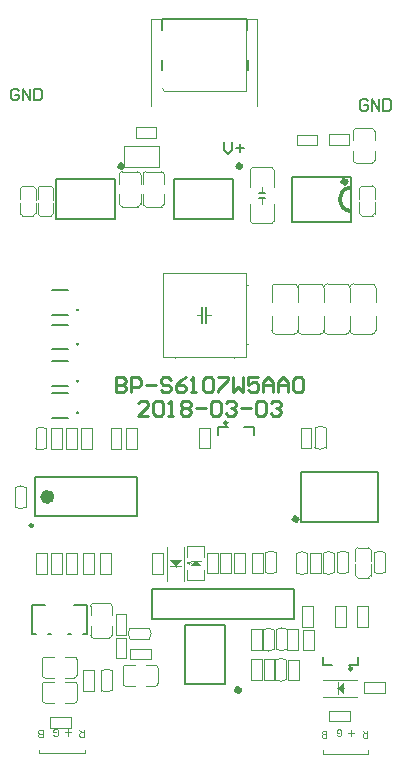
<source format=gto>
%FSLAX25Y25*%
%MOIN*%
G70*
G01*
G75*
%ADD10C,0.01181*%
%ADD11C,0.00787*%
%ADD12C,0.01969*%
%ADD13C,0.03937*%
%ADD14R,0.03937X0.02756*%
%ADD15R,0.03150X0.05118*%
%ADD16R,0.02362X0.01969*%
%ADD17R,0.01969X0.02362*%
%ADD18R,0.04921X0.02756*%
%ADD19R,0.06693X0.03543*%
%ADD20R,0.06299X0.04921*%
%ADD21R,0.01181X0.03347*%
%ADD22R,0.02362X0.03347*%
%ADD23R,0.01969X0.01575*%
%ADD24R,0.02362X0.05512*%
%ADD25R,0.03150X0.07874*%
%ADD26R,0.02362X0.07874*%
%ADD27O,0.07480X0.12992*%
%ADD28R,0.01575X0.04724*%
%ADD29R,0.03543X0.03937*%
%ADD30O,0.05906X0.07874*%
%ADD31R,0.05906X0.07874*%
%ADD32R,0.04331X0.03937*%
%ADD33R,0.01575X0.06693*%
%ADD34R,0.02756X0.04921*%
%ADD35R,0.03543X0.02362*%
%ADD36O,0.02362X0.07874*%
%ADD37O,0.02362X0.05512*%
%ADD38R,0.05118X0.03150*%
%ADD39R,0.03937X0.02756*%
%ADD40R,0.02362X0.03937*%
%ADD41R,0.01969X0.03937*%
%ADD42O,0.05512X0.02362*%
%ADD43O,0.07874X0.09843*%
%ADD44O,0.09843X0.07874*%
%ADD45C,0.03150*%
%ADD46C,0.07874*%
%ADD47C,0.10000*%
%ADD48C,0.05906*%
%ADD49R,0.15300X0.31300*%
%ADD50R,0.33921X0.10400*%
%ADD51R,0.02874X0.02068*%
%ADD52R,0.11321X0.16200*%
%ADD53R,0.02719X0.08050*%
%ADD54R,0.06858X0.03154*%
%ADD55R,0.16400X0.14144*%
%ADD56R,0.09300X0.06156*%
%ADD57C,0.02559*%
G04:AMPARAMS|DCode=58|XSize=39.37mil|YSize=82.68mil|CornerRadius=17.72mil|HoleSize=0mil|Usage=FLASHONLY|Rotation=180.000|XOffset=0mil|YOffset=0mil|HoleType=Round|Shape=RoundedRectangle|*
%AMROUNDEDRECTD58*
21,1,0.03937,0.04724,0,0,180.0*
21,1,0.00394,0.08268,0,0,180.0*
1,1,0.03543,-0.00197,0.02362*
1,1,0.03543,0.00197,0.02362*
1,1,0.03543,0.00197,-0.02362*
1,1,0.03543,-0.00197,-0.02362*
%
%ADD58ROUNDEDRECTD58*%
G04:AMPARAMS|DCode=59|XSize=39.37mil|YSize=62.99mil|CornerRadius=17.72mil|HoleSize=0mil|Usage=FLASHONLY|Rotation=180.000|XOffset=0mil|YOffset=0mil|HoleType=Round|Shape=RoundedRectangle|*
%AMROUNDEDRECTD59*
21,1,0.03937,0.02756,0,0,180.0*
21,1,0.00394,0.06299,0,0,180.0*
1,1,0.03543,-0.00197,0.01378*
1,1,0.03543,0.00197,0.01378*
1,1,0.03543,0.00197,-0.01378*
1,1,0.03543,-0.00197,-0.01378*
%
%ADD59ROUNDEDRECTD59*%
%ADD60C,0.11811*%
%ADD61C,0.02362*%
%ADD62C,0.11811*%
%ADD63R,0.65400X0.19300*%
%ADD64R,0.65700X0.19200*%
%ADD65R,0.23000X0.09900*%
%ADD66R,0.11700X0.10615*%
%ADD67C,0.00197*%
%ADD68C,0.00394*%
%ADD69C,0.01000*%
%ADD70C,0.00984*%
%ADD71C,0.02362*%
%ADD72C,0.00500*%
%ADD73C,0.00800*%
%ADD74C,0.00591*%
%ADD75C,0.00400*%
G36*
X-9418Y-48031D02*
X-11417Y-46031D01*
X-7418D01*
X-9418Y-48031D01*
D02*
G37*
G36*
X46681Y-90632D02*
X44681Y-88631D01*
X46681Y-86632D01*
Y-90632D01*
D02*
G37*
G36*
X-5709Y-47228D02*
Y-46559D01*
X-5040D01*
X-5709Y-47228D01*
D02*
G37*
G36*
X-994Y-47996D02*
X-4341D01*
X-2668Y-46028D01*
X-994Y-47996D01*
D02*
G37*
D10*
X48821Y78280D02*
G03*
X48821Y70445I392J-3918D01*
G01*
D11*
X18373Y76436D02*
X20470Y76437D01*
X18358Y74776D02*
X20455Y74775D01*
X-56109Y-31321D02*
X-22153D01*
X-56109Y-18230D02*
X-22153D01*
X-56109Y-31321D02*
Y-18230D01*
X-22133Y-31321D02*
Y-18230D01*
X4795Y-4211D02*
Y-1455D01*
X7944D01*
X16605Y-4211D02*
Y-1455D01*
X13456D02*
X16605D01*
X51406Y-80845D02*
Y-78089D01*
X48256Y-80845D02*
X51406D01*
X39595D02*
Y-78089D01*
Y-80845D02*
X42744D01*
X-13775Y117402D02*
Y120788D01*
X14572Y117402D02*
Y120788D01*
X-13972Y130946D02*
Y134332D01*
X14375Y130946D02*
Y134332D01*
X-13775D02*
X14375D01*
X29528Y66882D02*
X49213D01*
X29528D02*
X29528Y81842D01*
X49213Y81842D01*
X49213Y66882D01*
X9843Y81055D02*
X9843Y67669D01*
X-9843Y81055D02*
X9843Y81055D01*
X-9843Y67669D02*
X-9843Y81055D01*
Y67669D02*
X9843D01*
X-29528Y81055D02*
X-29528Y67669D01*
X-49213Y81055D02*
X-29528Y81055D01*
X-49213Y67669D02*
X-49213Y81055D01*
Y67669D02*
X-29528D01*
X-6327Y-87250D02*
Y-67565D01*
Y-67565D02*
X7058Y-67565D01*
X7058Y-87250D02*
X7058Y-67565D01*
X-6327Y-87250D02*
X7058Y-87250D01*
X820Y33206D02*
Y38292D01*
X-757Y33242D02*
Y38328D01*
X6763Y93285D02*
Y90662D01*
X8075Y89350D01*
X9387Y90662D01*
Y93285D01*
X10699Y91317D02*
X13323D01*
X12011Y92629D02*
Y90006D01*
X-61718Y110580D02*
X-62374Y111236D01*
X-63686D01*
X-64342Y110580D01*
Y107956D01*
X-63686Y107300D01*
X-62374D01*
X-61718Y107956D01*
Y109268D01*
X-63030D01*
X-60406Y107300D02*
Y111236D01*
X-57782Y107300D01*
Y111236D01*
X-56470D02*
Y107300D01*
X-54502D01*
X-53846Y107956D01*
Y110580D01*
X-54502Y111236D01*
X-56470D01*
X54629Y107080D02*
X53974Y107736D01*
X52662D01*
X52006Y107080D01*
Y104456D01*
X52662Y103800D01*
X53974D01*
X54629Y104456D01*
Y105768D01*
X53318D01*
X55941Y103800D02*
Y107736D01*
X58565Y103800D01*
Y107736D01*
X59877D02*
Y103800D01*
X61845D01*
X62501Y104456D01*
Y107080D01*
X61845Y107736D01*
X59877D01*
D12*
X30986Y-32283D02*
G03*
X30986Y-32283I-423J0D01*
G01*
X47302Y80217D02*
G03*
X47302Y80217I-423J0D01*
G01*
X12263Y85386D02*
G03*
X12263Y85386I-423J0D01*
G01*
X-27107D02*
G03*
X-27107Y85386I-423J0D01*
G01*
X11812Y-89248D02*
G03*
X11812Y-89248I-423J0D01*
G01*
D67*
X-34100Y-89400D02*
G03*
X-30625Y-89339I1691J2657D01*
G01*
X-30500Y-82800D02*
G03*
X-34045Y-82784I-1784J-2596D01*
G01*
X-24700Y-68600D02*
G03*
X-24639Y-72075I2657J-1691D01*
G01*
X-18100Y-72200D02*
G03*
X-18084Y-68655I-2596J1784D01*
G01*
X20500Y-50000D02*
G03*
X24045Y-50016I1784J2596D01*
G01*
X24100Y-43400D02*
G03*
X20625Y-43461I-1691J-2657D01*
G01*
X44500Y-50000D02*
G03*
X48045Y-50016I1784J2596D01*
G01*
X48100Y-43400D02*
G03*
X44625Y-43461I-1691J-2657D01*
G01*
X60300Y-43400D02*
G03*
X56825Y-43461I-1691J-2657D01*
G01*
X56700Y-50000D02*
G03*
X60245Y-50016I1784J2596D01*
G01*
X39847Y-50229D02*
G03*
X43322Y-50168I1691J2657D01*
G01*
X43447Y-43629D02*
G03*
X39902Y-43614I-1784J-2596D01*
G01*
X30800Y-50200D02*
G03*
X34345Y-50216I1784J2596D01*
G01*
X34400Y-43600D02*
G03*
X30925Y-43661I-1691J-2657D01*
G01*
X-59300Y-21700D02*
G03*
X-62845Y-21684I-1784J-2596D01*
G01*
X-62900Y-28300D02*
G03*
X-59425Y-28239I1691J2657D01*
G01*
X-52439Y-2137D02*
G03*
X-55984Y-2121I-1784J-2596D01*
G01*
X-56039Y-8737D02*
G03*
X-52564Y-8676I1691J2657D01*
G01*
X37000Y-8400D02*
G03*
X40545Y-8416I1784J2596D01*
G01*
X40600Y-1800D02*
G03*
X37125Y-1861I-1691J-2657D01*
G01*
X23861Y-85827D02*
G03*
X27336Y-85766I1691J2657D01*
G01*
X27461Y-79227D02*
G03*
X23916Y-79212I-1784J-2596D01*
G01*
X23425Y-69188D02*
G03*
X19881Y-69172I-1784J-2596D01*
G01*
X19825Y-75788D02*
G03*
X23301Y-75727I1691J2657D01*
G01*
X27658Y-68988D02*
G03*
X24182Y-69049I-1691J-2657D01*
G01*
X24058Y-75588D02*
G03*
X27602Y-75603I1784J2596D01*
G01*
X-30500Y-89200D02*
Y-82800D01*
X-34100Y-89400D02*
X-34100Y-82800D01*
X-17700Y-78900D02*
Y-75400D01*
X-24500D02*
X-17700D01*
X-24500Y-79000D02*
Y-75400D01*
Y-79000D02*
X-17700D01*
X-24500Y-72200D02*
X-18100D01*
X-24700Y-68600D02*
X-18100Y-68600D01*
X16200Y-50300D02*
Y-43500D01*
X19800D01*
Y-50300D02*
Y-43500D01*
X16300Y-50300D02*
X19800D01*
X24100Y-50000D02*
X24100Y-43400D01*
X20500Y-50000D02*
Y-43600D01*
X-1500Y-8700D02*
X2000D01*
Y-1900D01*
X-1600D02*
X2000D01*
X-1600Y-8700D02*
Y-1900D01*
X-29400Y-71915D02*
X-25900D01*
X-29400Y-78715D02*
Y-71915D01*
Y-78715D02*
X-25800D01*
Y-71915D01*
X48100Y-50000D02*
X48100Y-43400D01*
X44500Y-50000D02*
Y-43600D01*
X31000Y95900D02*
X37800D01*
Y92300D02*
Y95900D01*
X31000Y92300D02*
X37800D01*
X31000D02*
Y95800D01*
X48500Y92600D02*
Y96100D01*
X41700D02*
X48500D01*
X41700Y92500D02*
Y96100D01*
Y92500D02*
X48500D01*
X-40200Y-89400D02*
X-36700D01*
Y-82600D01*
X-40300D02*
X-36700D01*
X-40300Y-89400D02*
Y-82600D01*
X-25800Y-70800D02*
Y-64000D01*
X-29400Y-70800D02*
X-25800D01*
X-29400D02*
Y-64000D01*
X-25900D01*
X33178Y-75900D02*
X36678D01*
Y-69100D01*
X33078D02*
X36678D01*
X33078Y-75900D02*
Y-69100D01*
X56700Y-50000D02*
Y-43600D01*
X60300Y-50000D02*
X60300Y-43400D01*
X43447Y-50029D02*
Y-43629D01*
X39847Y-50229D02*
X39847Y-43629D01*
X38925Y-50300D02*
Y-43500D01*
X35325Y-50300D02*
X38925D01*
X35325D02*
Y-43500D01*
X38825D01*
X34400Y-50200D02*
X34400Y-43600D01*
X30800Y-50200D02*
Y-43800D01*
X10131Y-50294D02*
X13631D01*
Y-43494D01*
X10030D02*
X13631D01*
X10030Y-50294D02*
Y-43494D01*
X8906Y-50294D02*
Y-43494D01*
X5306Y-50294D02*
X8906D01*
X5306D02*
Y-43494D01*
X8806D01*
X975Y-50294D02*
Y-43494D01*
X4575D01*
Y-50294D02*
Y-43494D01*
X1075Y-50294D02*
X4575D01*
X-17135Y-43615D02*
X-13635D01*
X-17135Y-50415D02*
Y-43615D01*
Y-50415D02*
X-13535D01*
Y-43615D01*
X-34600Y-50400D02*
Y-43600D01*
X-31000D01*
Y-50400D02*
Y-43600D01*
X-34500Y-50400D02*
X-31000D01*
X-40200D02*
Y-43600D01*
X-36600D01*
Y-50400D02*
Y-43600D01*
X-40100Y-50400D02*
X-36600D01*
X-45703Y-50398D02*
X-42203D01*
Y-43598D01*
X-45803D02*
X-42203D01*
X-45803Y-50398D02*
Y-43598D01*
X-50723Y-50398D02*
X-47223D01*
Y-43598D01*
X-50823D02*
X-47223D01*
X-50823Y-50398D02*
Y-43598D01*
X-55842Y-50398D02*
Y-43598D01*
X-52242D01*
Y-50398D02*
Y-43598D01*
X-55742Y-50398D02*
X-52242D01*
X-62900Y-28300D02*
X-62900Y-21700D01*
X-59300Y-28100D02*
Y-21700D01*
X-56040Y-8737D02*
X-56039Y-2137D01*
X-52439Y-8537D02*
Y-2137D01*
X-50723Y-8737D02*
X-47223D01*
Y-1937D01*
X-50823D02*
X-47223D01*
X-50823Y-8737D02*
Y-1937D01*
X-46000D02*
X-42500D01*
X-46000Y-8737D02*
Y-1937D01*
Y-8737D02*
X-42400D01*
Y-1937D01*
X-37380Y-8737D02*
Y-1937D01*
X-40980Y-8737D02*
X-37380D01*
X-40980D02*
Y-1937D01*
X-37480D01*
X-31039D02*
X-27539D01*
X-31039Y-8737D02*
Y-1937D01*
Y-8737D02*
X-27439D01*
Y-1937D01*
X-22420Y-8737D02*
Y-1937D01*
X-26019Y-8737D02*
X-22420D01*
X-26019D02*
Y-1937D01*
X-22520D01*
X32300Y-1800D02*
X35800D01*
X32300Y-8600D02*
Y-1800D01*
Y-8600D02*
X35900D01*
Y-1800D01*
X40600Y-8400D02*
X40600Y-1800D01*
X37000Y-8400D02*
Y-2000D01*
X-22700Y94700D02*
X-15900D01*
X-22700D02*
Y98300D01*
X-15900D01*
Y94800D02*
Y98300D01*
X53500Y-90300D02*
X60300D01*
X53500D02*
Y-86700D01*
X60300D01*
Y-90200D02*
Y-86700D01*
X-44300Y-101876D02*
Y-98376D01*
X-51100D02*
X-44300D01*
X-51100Y-101976D02*
Y-98376D01*
Y-101976D02*
X-44300D01*
X48632Y-99600D02*
Y-96100D01*
X41831D02*
X48632D01*
X41831Y-99700D02*
Y-96100D01*
Y-99700D02*
X48632D01*
X15888Y-79027D02*
X19388D01*
X15888Y-85827D02*
Y-79027D01*
Y-85827D02*
X19488D01*
Y-79027D01*
X19924Y-79027D02*
X23424D01*
X19924Y-85827D02*
Y-79027D01*
Y-85827D02*
X23524D01*
Y-79027D01*
X27461Y-85627D02*
Y-79227D01*
X23860Y-85827D02*
X23861Y-79227D01*
X28100Y-79100D02*
X31600D01*
X28100Y-85900D02*
Y-79100D01*
Y-85900D02*
X31700D01*
Y-79100D01*
X19488Y-75788D02*
Y-68988D01*
X15888Y-75788D02*
X19488D01*
X15888D02*
Y-68988D01*
X19388D01*
X19825Y-75788D02*
X19825Y-69188D01*
X23425Y-75588D02*
Y-69188D01*
X24058Y-75588D02*
Y-69188D01*
X27658Y-75588D02*
X27658Y-68988D01*
X31496Y-75788D02*
Y-68988D01*
X27896Y-75788D02*
X31496D01*
X27896D02*
Y-68988D01*
X31396D01*
X32900Y-68100D02*
Y-61300D01*
Y-68100D02*
X36500D01*
Y-61300D01*
X33000D02*
X36500D01*
X43700Y-68100D02*
Y-61300D01*
Y-68100D02*
X47300D01*
Y-61300D01*
X43800D02*
X47300D01*
X54800Y-68100D02*
Y-61300D01*
X51200D02*
X54800D01*
X51200Y-68100D02*
Y-61300D01*
Y-68100D02*
X54700D01*
X54552Y-102792D02*
Y-105153D01*
X53371D01*
X52978Y-104759D01*
Y-103972D01*
X53371Y-103579D01*
X54552D01*
X53765D02*
X52978Y-102792D01*
X44290Y-104322D02*
X44684Y-104715D01*
X45471D01*
X45865Y-104322D01*
Y-102747D01*
X45471Y-102354D01*
X44684D01*
X44290Y-102747D01*
Y-103534D01*
X45078D01*
X40818Y-105153D02*
Y-102792D01*
X39638D01*
X39244Y-103185D01*
Y-103579D01*
X39638Y-103972D01*
X40818D01*
X39638D01*
X39244Y-104366D01*
Y-104759D01*
X39638Y-105153D01*
X40818D01*
X-39892Y-102592D02*
Y-104953D01*
X-41073D01*
X-41467Y-104559D01*
Y-103772D01*
X-41073Y-103379D01*
X-39892D01*
X-40679D02*
X-41467Y-102592D01*
X-50154Y-104122D02*
X-49760Y-104515D01*
X-48973D01*
X-48579Y-104122D01*
Y-102547D01*
X-48973Y-102154D01*
X-49760D01*
X-50154Y-102547D01*
Y-103334D01*
X-49367D01*
X-53626Y-104953D02*
Y-102592D01*
X-54806D01*
X-55200Y-102985D01*
Y-103379D01*
X-54806Y-103772D01*
X-53626D01*
X-54806D01*
X-55200Y-104166D01*
Y-104559D01*
X-54806Y-104953D01*
X-53626D01*
D68*
X-37743Y-70923D02*
G03*
X-36759Y-71907I984J0D01*
G01*
X-31641D02*
G03*
X-30657Y-70923I0J984D01*
G01*
X-36759Y-60293D02*
G03*
X-37743Y-61277I0J-984D01*
G01*
X-30657D02*
G03*
X-31641Y-60293I-984J0D01*
G01*
X49981Y46159D02*
G03*
X48700Y44878I0J-1281D01*
G01*
X57362Y44888D02*
G03*
X56081Y46169I-1281J0D01*
G01*
X48700Y30695D02*
G03*
X49981Y29414I1281J0D01*
G01*
X56080Y29424D02*
G03*
X57361Y30705I0J1281D01*
G01*
X41321Y46157D02*
G03*
X40040Y44876I0J-1281D01*
G01*
X48702Y44885D02*
G03*
X47421Y46166I-1281J0D01*
G01*
X40040Y30693D02*
G03*
X41321Y29412I1281J0D01*
G01*
X47420Y29421D02*
G03*
X48701Y30702I0J1281D01*
G01*
X32662Y46135D02*
G03*
X31381Y44854I0J-1281D01*
G01*
X40043Y44863D02*
G03*
X38762Y46144I-1281J0D01*
G01*
X31381Y30671D02*
G03*
X32662Y29390I1281J0D01*
G01*
X38762Y29399D02*
G03*
X40043Y30681I0J1281D01*
G01*
X23998Y46135D02*
G03*
X22717Y44854I0J-1281D01*
G01*
X31379Y44863D02*
G03*
X30098Y46144I-1281J0D01*
G01*
X22717Y30671D02*
G03*
X23998Y29390I1281J0D01*
G01*
X30097Y29399D02*
G03*
X31378Y30681I0J1281D01*
G01*
X22700Y66291D02*
G03*
X23487Y67078I-0J787D01*
G01*
X15413D02*
G03*
X16200Y66291I787J0D01*
G01*
X16168Y84970D02*
G03*
X15381Y84183I0J-787D01*
G01*
X23455D02*
G03*
X22668Y84970I-787J0D01*
G01*
X-21063Y82579D02*
G03*
X-22047Y83563I-984J0D01*
G01*
X-27165D02*
G03*
X-28150Y82579I0J-984D01*
G01*
X-22047Y71949D02*
G03*
X-21063Y72933I0J984D01*
G01*
X-28150D02*
G03*
X-27165Y71949I984J0D01*
G01*
X49857Y87377D02*
G03*
X50841Y86393I984J0D01*
G01*
X55959D02*
G03*
X56943Y87377I0J984D01*
G01*
X50841Y98007D02*
G03*
X49857Y97023I0J-984D01*
G01*
X56943D02*
G03*
X55959Y98007I-984J0D01*
G01*
X-43177Y-93643D02*
G03*
X-42193Y-92659I0J984D01*
G01*
Y-87541D02*
G03*
X-43177Y-86557I-984J0D01*
G01*
X-53807Y-92659D02*
G03*
X-52823Y-93643I984J0D01*
G01*
Y-86557D02*
G03*
X-53807Y-87541I0J-984D01*
G01*
X-52899Y-78157D02*
G03*
X-53883Y-79141I0J-984D01*
G01*
Y-84259D02*
G03*
X-52899Y-85243I984J0D01*
G01*
X-42269Y-79141D02*
G03*
X-43253Y-78157I-984J0D01*
G01*
Y-85243D02*
G03*
X-42269Y-84259I0J984D01*
G01*
X51300Y-41800D02*
G03*
X50513Y-42587I0J-787D01*
G01*
X55687D02*
G03*
X54900Y-41800I-787J0D01*
G01*
Y-51800D02*
G03*
X55687Y-51013I-0J787D01*
G01*
X50513D02*
G03*
X51300Y-51800I787J0D01*
G01*
X52700Y78900D02*
G03*
X51913Y78113I0J-787D01*
G01*
X57087D02*
G03*
X56300Y78900I-787J0D01*
G01*
Y68900D02*
G03*
X57087Y69687I-0J787D01*
G01*
X51913D02*
G03*
X52700Y68900I787J0D01*
G01*
X-13189Y82579D02*
G03*
X-14173Y83563I-984J0D01*
G01*
X-19291D02*
G03*
X-20276Y82579I0J-984D01*
G01*
X-14173Y71949D02*
G03*
X-13189Y72933I0J984D01*
G01*
X-20276D02*
G03*
X-19291Y71949I984J0D01*
G01*
X-50113Y78013D02*
G03*
X-50900Y78800I-787J0D01*
G01*
X-54500D02*
G03*
X-55287Y78013I0J-787D01*
G01*
Y69587D02*
G03*
X-54500Y68800I787J0D01*
G01*
X-50900D02*
G03*
X-50113Y69587I-0J787D01*
G01*
X-56800Y68800D02*
G03*
X-56013Y69587I-0J787D01*
G01*
X-61187D02*
G03*
X-60400Y68800I787J0D01*
G01*
Y78800D02*
G03*
X-61187Y78013I0J-787D01*
G01*
X-56013D02*
G03*
X-56800Y78800I-787J0D01*
G01*
X-16277Y-87993D02*
G03*
X-15293Y-87009I0J984D01*
G01*
Y-81891D02*
G03*
X-16277Y-80907I-984J0D01*
G01*
X-26907Y-87009D02*
G03*
X-25923Y-87993I984J0D01*
G01*
Y-80907D02*
G03*
X-26907Y-81891I0J-984D01*
G01*
X-14213Y134361D02*
X14134D01*
Y110734D02*
Y134361D01*
X14000Y110600D02*
X14134Y110734D01*
X-13300Y110600D02*
X14000D01*
X-14016Y111316D02*
X-13300Y110600D01*
X118Y-41344D02*
X118Y-44846D01*
X-5591Y-44847D02*
X-5591Y-41344D01*
X118Y-41344D01*
X-4697Y-46691D02*
X-4088Y-47147D01*
X-4300Y-46200D02*
X-1015Y-46200D01*
X-5374Y-46894D02*
X-4766Y-47350D01*
X-4766Y-46559D01*
X-5591Y-52679D02*
X118Y-52679D01*
X118Y-49177D01*
X-5591Y-49177D02*
X-5591Y-52679D01*
X-11418Y-47831D02*
X-7518Y-47831D01*
X-9418Y-45831D02*
X-9418Y-48231D01*
X-6563Y-52880D02*
X-6563Y-41545D01*
X-12272Y-52880D02*
Y-41545D01*
X-6563Y-48590D02*
X-6563Y-52113D01*
X-12272Y-48590D02*
X-12272Y-52113D01*
X-6563Y-45834D02*
Y-42312D01*
X-12272D02*
X-12272Y-45834D01*
X-37743Y-70923D02*
Y-67872D01*
X-36759Y-71907D02*
X-31543D01*
X-30657Y-70923D02*
Y-67872D01*
X-37743Y-64328D02*
Y-61277D01*
X-36858Y-60293D02*
X-31641D01*
X-30657Y-64328D02*
Y-61277D01*
X49981Y46159D02*
X56182D01*
X57362Y44888D02*
X57363Y40154D01*
X48698D02*
X48700Y44878D01*
X57362Y30705D02*
X57363Y35429D01*
X48698D02*
X48700Y30695D01*
X49879Y29424D02*
X56080D01*
X41321Y46157D02*
X47522D01*
X48702Y44885D02*
X48703Y40151D01*
X40038D02*
X40040Y44876D01*
X48702Y30702D02*
X48703Y35427D01*
X40038D02*
X40040Y30693D01*
X41219Y29421D02*
X47420D01*
X32662Y46135D02*
X38863D01*
X40043Y44863D02*
X40044Y40129D01*
X31380D02*
X31381Y44854D01*
X40043Y30681D02*
X40044Y35405D01*
X31380D02*
X31381Y30671D01*
X32561Y29399D02*
X38762D01*
X23998Y46135D02*
X30199D01*
X31379Y44863D02*
X31380Y40129D01*
X22716D02*
X22717Y44854D01*
X31379Y30681D02*
X31380Y35405D01*
X22716D02*
X22717Y30671D01*
X23897Y29399D02*
X30097D01*
X19427Y76497D02*
Y78348D01*
X19412Y72865D02*
Y74715D01*
X23500Y66991D02*
Y72700D01*
X16200Y66291D02*
X22800D01*
X15400Y67091D02*
Y72809D01*
X15368Y78452D02*
Y84170D01*
X16168Y84970D02*
X22768D01*
X23468Y78561D02*
Y84270D01*
X-21063Y79528D02*
Y82579D01*
X-27264Y83563D02*
X-22047D01*
X-28150Y79528D02*
Y82579D01*
X-21063Y72933D02*
Y75984D01*
X-27165Y71949D02*
X-21949D01*
X-28150Y72933D02*
Y75984D01*
X-17618Y134472D02*
X17579D01*
X-17618Y105535D02*
Y134472D01*
X17579Y105535D02*
Y134472D01*
X49857Y87377D02*
Y90428D01*
X50841Y86393D02*
X56058D01*
X56943Y87377D02*
Y90428D01*
X49857Y93972D02*
Y97023D01*
X50743Y98007D02*
X55959D01*
X56943Y93972D02*
Y97023D01*
X-46228Y-93643D02*
X-43177D01*
X-42193Y-92659D02*
Y-87442D01*
X-46228Y-86557D02*
X-43177D01*
X-52823Y-93643D02*
X-49772D01*
X-53807Y-92757D02*
Y-87541D01*
X-52823Y-86557D02*
X-49772D01*
X-52899Y-78157D02*
X-49847D01*
X-53883Y-84358D02*
Y-79141D01*
X-52899Y-85243D02*
X-49847D01*
X-46304Y-78157D02*
X-43253D01*
X-42269Y-84259D02*
Y-79043D01*
X-46304Y-85243D02*
X-43253D01*
X51400Y-41800D02*
X55000D01*
X50500Y-46200D02*
Y-42700D01*
X55700Y-46200D02*
Y-42500D01*
Y-51100D02*
Y-47300D01*
X50500Y-50900D02*
Y-47200D01*
X51400Y-51800D02*
X55000D01*
X52800Y78900D02*
X56400D01*
X51900Y74500D02*
Y78000D01*
X57100Y74500D02*
Y78200D01*
Y69600D02*
Y73400D01*
X51900Y69800D02*
Y73500D01*
X52800Y68900D02*
X56400D01*
X-13189Y79528D02*
Y82579D01*
X-19390Y83563D02*
X-14173D01*
X-20276Y79528D02*
Y82579D01*
X-13189Y72933D02*
Y75984D01*
X-19291Y71949D02*
X-14075D01*
X-20276Y72933D02*
Y75984D01*
X-54600Y78800D02*
X-51000D01*
X-50100Y74200D02*
Y77900D01*
X-55300Y74300D02*
Y78100D01*
Y69500D02*
Y73200D01*
X-50100Y69700D02*
Y73200D01*
X-54600Y68800D02*
X-51000D01*
X-60500D02*
X-56900D01*
X-56000Y69700D02*
Y73200D01*
X-61200Y69500D02*
Y73200D01*
Y74300D02*
Y78100D01*
X-56000Y74200D02*
Y77900D01*
X-60500Y78800D02*
X-56900D01*
X-26476Y85039D02*
Y92126D01*
X-26476Y85039D02*
X-14862Y85039D01*
X-14862D02*
Y92126D01*
X-26476D02*
X-14862D01*
X44881Y-90531D02*
Y-86632D01*
X44481Y-88631D02*
X46881D01*
X39832Y-91486D02*
X51168D01*
X39832Y-85777D02*
X51168D01*
X40600Y-91486D02*
X44122D01*
X40600Y-85777D02*
X44122D01*
X46878Y-91486D02*
X50400D01*
X46878Y-85777D02*
X50400D01*
X54779Y-110548D02*
Y-109367D01*
X39621Y-110548D02*
X54779D01*
X39621D02*
Y-109367D01*
X-39665Y-110348D02*
Y-109167D01*
X-54823Y-110348D02*
X-39665D01*
X-54823D02*
Y-109167D01*
X-19328Y-87993D02*
X-16277D01*
X-15293Y-87009D02*
Y-81792D01*
X-19328Y-80907D02*
X-16277D01*
X-25923Y-87993D02*
X-22872D01*
X-26907Y-87107D02*
Y-81891D01*
X-25923Y-80907D02*
X-22872D01*
X-9600Y21522D02*
Y21922D01*
X10200Y21500D02*
Y21800D01*
X14178Y21922D02*
Y49678D01*
X-13578D02*
X14178D01*
X14300Y45700D02*
X14800D01*
X14200Y25958D02*
X14900D01*
X-13578Y21900D02*
X14178D01*
X-13500Y21922D02*
Y49678D01*
X48054Y-103545D02*
X50153D01*
X49103Y-102495D02*
Y-104594D01*
X-46390Y-103345D02*
X-44291D01*
X-45341Y-102295D02*
Y-104394D01*
D69*
X-42094Y26015D02*
G03*
X-42094Y26015I-32J0D01*
G01*
Y37415D02*
G03*
X-42094Y37415I-32J0D01*
G01*
Y3215D02*
G03*
X-42094Y3215I-32J0D01*
G01*
Y13715D02*
G03*
X-42094Y13715I-32J0D01*
G01*
X-29283Y15066D02*
Y10068D01*
X-26783D01*
X-25950Y10901D01*
Y11734D01*
X-26783Y12567D01*
X-29283D01*
X-26783D01*
X-25950Y13400D01*
Y14233D01*
X-26783Y15066D01*
X-29283D01*
X-24284Y10068D02*
Y15066D01*
X-21785D01*
X-20952Y14233D01*
Y12567D01*
X-21785Y11734D01*
X-24284D01*
X-19286Y12567D02*
X-15954D01*
X-10955Y14233D02*
X-11788Y15066D01*
X-13454D01*
X-14287Y14233D01*
Y13400D01*
X-13454Y12567D01*
X-11788D01*
X-10955Y11734D01*
Y10901D01*
X-11788Y10068D01*
X-13454D01*
X-14287Y10901D01*
X-5957Y15066D02*
X-7623Y14233D01*
X-9289Y12567D01*
Y10901D01*
X-8456Y10068D01*
X-6790D01*
X-5957Y10901D01*
Y11734D01*
X-6790Y12567D01*
X-9289D01*
X-4291Y10068D02*
X-2624D01*
X-3458D01*
Y15066D01*
X-4291Y14233D01*
X-125D02*
X708Y15066D01*
X2374D01*
X3207Y14233D01*
Y10901D01*
X2374Y10068D01*
X708D01*
X-125Y10901D01*
Y14233D01*
X4873Y15066D02*
X8205D01*
Y14233D01*
X4873Y10901D01*
Y10068D01*
X9871Y15066D02*
Y10068D01*
X11538Y11734D01*
X13204Y10068D01*
Y15066D01*
X18202D02*
X14870D01*
Y12567D01*
X16536Y13400D01*
X17369D01*
X18202Y12567D01*
Y10901D01*
X17369Y10068D01*
X15703D01*
X14870Y10901D01*
X19868Y10068D02*
Y13400D01*
X21534Y15066D01*
X23201Y13400D01*
Y10068D01*
Y12567D01*
X19868D01*
X24867Y10068D02*
Y13400D01*
X26533Y15066D01*
X28199Y13400D01*
Y10068D01*
Y12567D01*
X24867D01*
X29865Y14233D02*
X30698Y15066D01*
X32364D01*
X33197Y14233D01*
Y10901D01*
X32364Y10068D01*
X30698D01*
X29865Y10901D01*
Y14233D01*
X-18506Y2238D02*
X-21838D01*
X-18506Y5570D01*
Y6403D01*
X-19339Y7236D01*
X-21005D01*
X-21838Y6403D01*
X-16839D02*
X-16006Y7236D01*
X-14340D01*
X-13507Y6403D01*
Y3071D01*
X-14340Y2238D01*
X-16006D01*
X-16839Y3071D01*
Y6403D01*
X-11841Y2238D02*
X-10175D01*
X-11008D01*
Y7236D01*
X-11841Y6403D01*
X-7676D02*
X-6843Y7236D01*
X-5176D01*
X-4343Y6403D01*
Y5570D01*
X-5176Y4737D01*
X-4343Y3904D01*
Y3071D01*
X-5176Y2238D01*
X-6843D01*
X-7676Y3071D01*
Y3904D01*
X-6843Y4737D01*
X-7676Y5570D01*
Y6403D01*
X-6843Y4737D02*
X-5176D01*
X-2677D02*
X655D01*
X2321Y6403D02*
X3154Y7236D01*
X4820D01*
X5653Y6403D01*
Y3071D01*
X4820Y2238D01*
X3154D01*
X2321Y3071D01*
Y6403D01*
X7319D02*
X8152Y7236D01*
X9819D01*
X10652Y6403D01*
Y5570D01*
X9819Y4737D01*
X8986D01*
X9819D01*
X10652Y3904D01*
Y3071D01*
X9819Y2238D01*
X8152D01*
X7319Y3071D01*
X12318Y4737D02*
X15650D01*
X17316Y6403D02*
X18149Y7236D01*
X19815D01*
X20648Y6403D01*
Y3071D01*
X19815Y2238D01*
X18149D01*
X17316Y3071D01*
Y6403D01*
X22315D02*
X23148Y7236D01*
X24814D01*
X25647Y6403D01*
Y5570D01*
X24814Y4737D01*
X23981D01*
X24814D01*
X25647Y3904D01*
Y3071D01*
X24814Y2238D01*
X23148D01*
X22315Y3071D01*
D70*
X-56975Y-34372D02*
G03*
X-56975Y-34372I-492J0D01*
G01*
X7846Y-176D02*
G03*
X7846Y-176I-492J0D01*
G01*
X49339Y-82124D02*
G03*
X49339Y-82124I-492J0D01*
G01*
D71*
X-50991Y-24825D02*
G03*
X-50991Y-24825I-1181J0D01*
G01*
D72*
X-50631Y24400D02*
X-45363D01*
X-50639Y32600D02*
X-45363D01*
X-50631Y35800D02*
X-45363D01*
X-50639Y44000D02*
X-45363D01*
X-50631Y1600D02*
X-45363D01*
X-50639Y9800D02*
X-45363D01*
X-50631Y12100D02*
X-45363D01*
X-50639Y20300D02*
X-45363D01*
X30022Y-65521D02*
Y-55679D01*
X-17222Y-65521D02*
X30022D01*
X-17222Y-55679D02*
X30022D01*
X-17222Y-65521D02*
Y-55679D01*
D73*
X-39045Y-60720D02*
X-39045Y-70562D01*
X-57155D02*
Y-60720D01*
Y-70562D02*
X-55974D01*
X-40226D02*
X-39045D01*
X-52037D02*
X-50856D01*
X-45344Y-70562D02*
X-44163Y-70562D01*
X-43376Y-60720D02*
X-39045Y-60720D01*
X-57155Y-60720D02*
X-52824D01*
D74*
X57935Y-33169D02*
Y-16634D01*
X32344D02*
X57935D01*
X32344Y-33169D02*
Y-16634D01*
Y-33169D02*
X57935D01*
D75*
X702Y35735D02*
X2334D01*
X-2271Y35772D02*
X-640D01*
M02*

</source>
